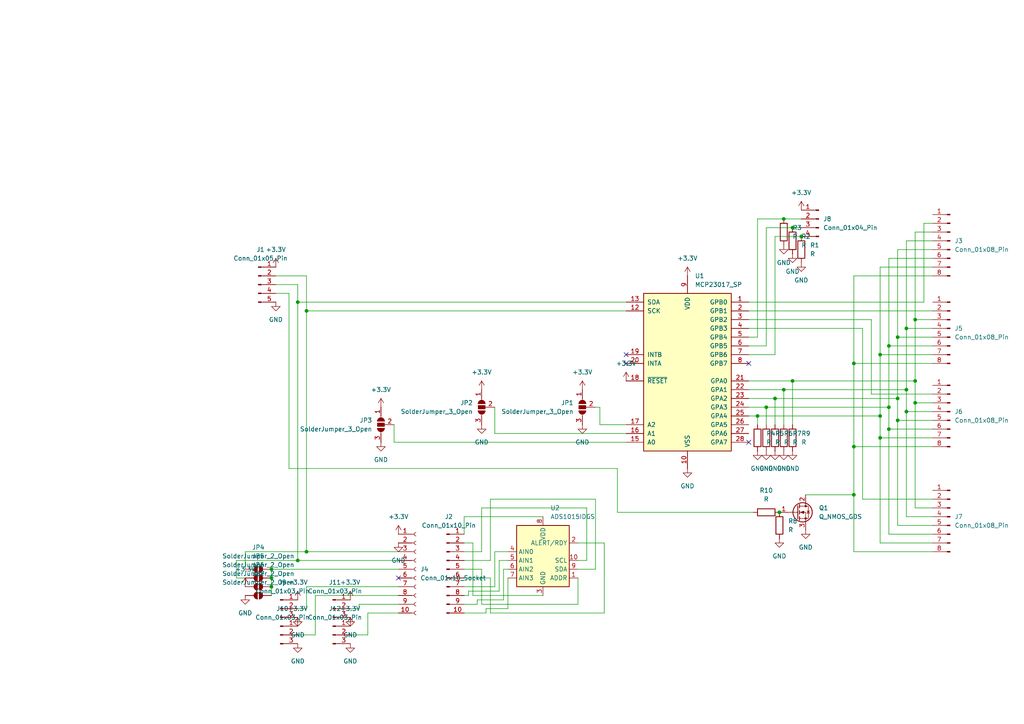
<source format=kicad_sch>
(kicad_sch (version 20250114) (generator "eeschema") (generator_version "9.0")
  (paper "A4")
  (lib_symbols
    (symbol "Analog_ADC:ADS1015IDGS"
      (property "Reference" "U" (at 2.54 13.97 0))
      (property "Value" "ADS1015IDGS" (at 7.62 11.43 0))
      (symbol "ADS1015IDGS_0_1"
        (rectangle (start -7.62 10.16) (end 7.62 -7.62) (stroke (width 0.254)) (fill (type background)))
      )
      (symbol "ADS1015IDGS_1_1"
        (pin input line (at -10.16 2.54 0) (length 2.54) (name "AIN0") (number "4"))
        (pin input line (at -10.16 0 0) (length 2.54) (name "AIN1") (number "5"))
        (pin input line (at -10.16 -2.54 0) (length 2.54) (name "AIN2") (number "6"))
        (pin input line (at -10.16 -5.08 0) (length 2.54) (name "AIN3") (number "7"))
        (pin power_in line (at 0 12.7 270) (length 2.54) (name "VDD") (number "8"))
        (pin power_in line (at 0 -10.16 90) (length 2.54) (name "GND") (number "3"))
        (pin output line (at 10.16 5.08 180) (length 2.54) (name "ALERT/RDY") (number "2"))
        (pin input line (at 10.16 0 180) (length 2.54) (name "SCL") (number "10"))
        (pin bidirectional line (at 10.16 -2.54 180) (length 2.54) (name "SDA") (number "9"))
        (pin input line (at 10.16 -5.08 180) (length 2.54) (name "ADDR") (number "1"))
      )
    )
    (symbol "Connector:Conn_01x03_Pin" (pin_names (offset 1.016) (hide yes))
      (property "Reference" "J" (at 0 5.08 0))
      (property "Value" "Conn_01x03_Pin" (at 0 -5.08 0))
      (symbol "Conn_01x03_Pin_1_1"
        (rectangle (start 0.8636 2.667) (end 0 2.413) (stroke (width 0.1524)) (fill (type outline)))
        (rectangle (start 0.8636 0.127) (end 0 -0.127) (stroke (width 0.1524)) (fill (type outline)))
        (rectangle (start 0.8636 -2.413) (end 0 -2.667) (stroke (width 0.1524)) (fill (type outline)))
        (polyline (pts (xy 1.27 2.54) (xy 0.8636 2.54)) (stroke (width 0.1524)))
        (polyline (pts (xy 1.27 0) (xy 0.8636 0)) (stroke (width 0.1524)))
        (polyline (pts (xy 1.27 -2.54) (xy 0.8636 -2.54)) (stroke (width 0.1524)))
        (pin passive line (at 5.08 2.54 180) (length 3.81) (name "Pin_1") (number "1"))
        (pin passive line (at 5.08 0 180) (length 3.81) (name "Pin_2") (number "2"))
        (pin passive line (at 5.08 -2.54 180) (length 3.81) (name "Pin_3") (number "3"))
      )
    )
    (symbol "Connector:Conn_01x04_Pin" (pin_names (offset 1.016) (hide yes))
      (property "Reference" "J" (at 0 5.08 0))
      (property "Value" "Conn_01x04_Pin" (at 0 -7.62 0))
      (symbol "Conn_01x04_Pin_1_1"
        (rectangle (start 0.8636 2.667) (end 0 2.413) (stroke (width 0.1524)) (fill (type outline)))
        (rectangle (start 0.8636 0.127) (end 0 -0.127) (stroke (width 0.1524)) (fill (type outline)))
        (rectangle (start 0.8636 -2.413) (end 0 -2.667) (stroke (width 0.1524)) (fill (type outline)))
        (rectangle (start 0.8636 -4.953) (end 0 -5.207) (stroke (width 0.1524)) (fill (type outline)))
        (polyline (pts (xy 1.27 2.54) (xy 0.8636 2.54)) (stroke (width 0.1524)))
        (polyline (pts (xy 1.27 0) (xy 0.8636 0)) (stroke (width 0.1524)))
        (polyline (pts (xy 1.27 -2.54) (xy 0.8636 -2.54)) (stroke (width 0.1524)))
        (polyline (pts (xy 1.27 -5.08) (xy 0.8636 -5.08)) (stroke (width 0.1524)))
        (pin passive line (at 5.08 2.54 180) (length 3.81) (name "Pin_1") (number "1"))
        (pin passive line (at 5.08 0 180) (length 3.81) (name "Pin_2") (number "2"))
        (pin passive line (at 5.08 -2.54 180) (length 3.81) (name "Pin_3") (number "3"))
        (pin passive line (at 5.08 -5.08 180) (length 3.81) (name "Pin_4") (number "4"))
      )
    )
    (symbol "Connector:Conn_01x05_Pin" (pin_names (offset 1.016) (hide yes))
      (property "Reference" "J" (at 0 7.62 0))
      (property "Value" "Conn_01x05_Pin" (at 0 -7.62 0))
      (symbol "Conn_01x05_Pin_1_1"
        (rectangle (start 0.8636 5.207) (end 0 4.953) (stroke (width 0.1524)) (fill (type outline)))
        (rectangle (start 0.8636 2.667) (end 0 2.413) (stroke (width 0.1524)) (fill (type outline)))
        (rectangle (start 0.8636 0.127) (end 0 -0.127) (stroke (width 0.1524)) (fill (type outline)))
        (rectangle (start 0.8636 -2.413) (end 0 -2.667) (stroke (width 0.1524)) (fill (type outline)))
        (rectangle (start 0.8636 -4.953) (end 0 -5.207) (stroke (width 0.1524)) (fill (type outline)))
        (polyline (pts (xy 1.27 5.08) (xy 0.8636 5.08)) (stroke (width 0.1524)))
        (polyline (pts (xy 1.27 2.54) (xy 0.8636 2.54)) (stroke (width 0.1524)))
        (polyline (pts (xy 1.27 0) (xy 0.8636 0)) (stroke (width 0.1524)))
        (polyline (pts (xy 1.27 -2.54) (xy 0.8636 -2.54)) (stroke (width 0.1524)))
        (polyline (pts (xy 1.27 -5.08) (xy 0.8636 -5.08)) (stroke (width 0.1524)))
        (pin passive line (at 5.08 5.08 180) (length 3.81) (name "Pin_1") (number "1"))
        (pin passive line (at 5.08 2.54 180) (length 3.81) (name "Pin_2") (number "2"))
        (pin passive line (at 5.08 0 180) (length 3.81) (name "Pin_3") (number "3"))
        (pin passive line (at 5.08 -2.54 180) (length 3.81) (name "Pin_4") (number "4"))
        (pin passive line (at 5.08 -5.08 180) (length 3.81) (name "Pin_5") (number "5"))
      )
    )
    (symbol "Connector:Conn_01x08_Pin" (pin_names (offset 1.016) (hide yes))
      (property "Reference" "J" (at 0 10.16 0))
      (property "Value" "Conn_01x08_Pin" (at 0 -12.7 0))
      (symbol "Conn_01x08_Pin_1_1"
        (rectangle (start 0.8636 7.747) (end 0 7.493) (stroke (width 0.1524)) (fill (type outline)))
        (rectangle (start 0.8636 5.207) (end 0 4.953) (stroke (width 0.1524)) (fill (type outline)))
        (rectangle (start 0.8636 2.667) (end 0 2.413) (stroke (width 0.1524)) (fill (type outline)))
        (rectangle (start 0.8636 0.127) (end 0 -0.127) (stroke (width 0.1524)) (fill (type outline)))
        (rectangle (start 0.8636 -2.413) (end 0 -2.667) (stroke (width 0.1524)) (fill (type outline)))
        (rectangle (start 0.8636 -4.953) (end 0 -5.207) (stroke (width 0.1524)) (fill (type outline)))
        (rectangle (start 0.8636 -7.493) (end 0 -7.747) (stroke (width 0.1524)) (fill (type outline)))
        (rectangle (start 0.8636 -10.033) (end 0 -10.287) (stroke (width 0.1524)) (fill (type outline)))
        (polyline (pts (xy 1.27 7.62) (xy 0.8636 7.62)) (stroke (width 0.1524)))
        (polyline (pts (xy 1.27 5.08) (xy 0.8636 5.08)) (stroke (width 0.1524)))
        (polyline (pts (xy 1.27 2.54) (xy 0.8636 2.54)) (stroke (width 0.1524)))
        (polyline (pts (xy 1.27 0) (xy 0.8636 0)) (stroke (width 0.1524)))
        (polyline (pts (xy 1.27 -2.54) (xy 0.8636 -2.54)) (stroke (width 0.1524)))
        (polyline (pts (xy 1.27 -5.08) (xy 0.8636 -5.08)) (stroke (width 0.1524)))
        (polyline (pts (xy 1.27 -7.62) (xy 0.8636 -7.62)) (stroke (width 0.1524)))
        (polyline (pts (xy 1.27 -10.16) (xy 0.8636 -10.16)) (stroke (width 0.1524)))
        (pin passive line (at 5.08 7.62 180) (length 3.81) (name "Pin_1") (number "1"))
        (pin passive line (at 5.08 5.08 180) (length 3.81) (name "Pin_2") (number "2"))
        (pin passive line (at 5.08 2.54 180) (length 3.81) (name "Pin_3") (number "3"))
        (pin passive line (at 5.08 0 180) (length 3.81) (name "Pin_4") (number "4"))
        (pin passive line (at 5.08 -2.54 180) (length 3.81) (name "Pin_5") (number "5"))
        (pin passive line (at 5.08 -5.08 180) (length 3.81) (name "Pin_6") (number "6"))
        (pin passive line (at 5.08 -7.62 180) (length 3.81) (name "Pin_7") (number "7"))
        (pin passive line (at 5.08 -10.16 180) (length 3.81) (name "Pin_8") (number "8"))
      )
    )
    (symbol "Connector:Conn_01x10_Pin" (pin_names (offset 1.016) (hide yes))
      (property "Reference" "J" (at 0 12.7 0))
      (property "Value" "Conn_01x10_Pin" (at 0 -15.24 0))
      (symbol "Conn_01x10_Pin_1_1"
        (rectangle (start 0.8636 10.287) (end 0 10.033) (stroke (width 0.1524)) (fill (type outline)))
        (rectangle (start 0.8636 7.747) (end 0 7.493) (stroke (width 0.1524)) (fill (type outline)))
        (rectangle (start 0.8636 5.207) (end 0 4.953) (stroke (width 0.1524)) (fill (type outline)))
        (rectangle (start 0.8636 2.667) (end 0 2.413) (stroke (width 0.1524)) (fill (type outline)))
        (rectangle (start 0.8636 0.127) (end 0 -0.127) (stroke (width 0.1524)) (fill (type outline)))
        (rectangle (start 0.8636 -2.413) (end 0 -2.667) (stroke (width 0.1524)) (fill (type outline)))
        (rectangle (start 0.8636 -4.953) (end 0 -5.207) (stroke (width 0.1524)) (fill (type outline)))
        (rectangle (start 0.8636 -7.493) (end 0 -7.747) (stroke (width 0.1524)) (fill (type outline)))
        (rectangle (start 0.8636 -10.033) (end 0 -10.287) (stroke (width 0.1524)) (fill (type outline)))
        (rectangle (start 0.8636 -12.573) (end 0 -12.827) (stroke (width 0.1524)) (fill (type outline)))
        (polyline (pts (xy 1.27 10.16) (xy 0.8636 10.16)) (stroke (width 0.1524)))
        (polyline (pts (xy 1.27 7.62) (xy 0.8636 7.62)) (stroke (width 0.1524)))
        (polyline (pts (xy 1.27 5.08) (xy 0.8636 5.08)) (stroke (width 0.1524)))
        (polyline (pts (xy 1.27 2.54) (xy 0.8636 2.54)) (stroke (width 0.1524)))
        (polyline (pts (xy 1.27 0) (xy 0.8636 0)) (stroke (width 0.1524)))
        (polyline (pts (xy 1.27 -2.54) (xy 0.8636 -2.54)) (stroke (width 0.1524)))
        (polyline (pts (xy 1.27 -5.08) (xy 0.8636 -5.08)) (stroke (width 0.1524)))
        (polyline (pts (xy 1.27 -7.62) (xy 0.8636 -7.62)) (stroke (width 0.1524)))
        (polyline (pts (xy 1.27 -10.16) (xy 0.8636 -10.16)) (stroke (width 0.1524)))
        (polyline (pts (xy 1.27 -12.7) (xy 0.8636 -12.7)) (stroke (width 0.1524)))
        (pin passive line (at 5.08 10.16 180) (length 3.81) (name "Pin_1") (number "1"))
        (pin passive line (at 5.08 7.62 180) (length 3.81) (name "Pin_2") (number "2"))
        (pin passive line (at 5.08 5.08 180) (length 3.81) (name "Pin_3") (number "3"))
        (pin passive line (at 5.08 2.54 180) (length 3.81) (name "Pin_4") (number "4"))
        (pin passive line (at 5.08 0 180) (length 3.81) (name "Pin_5") (number "5"))
        (pin passive line (at 5.08 -2.54 180) (length 3.81) (name "Pin_6") (number "6"))
        (pin passive line (at 5.08 -5.08 180) (length 3.81) (name "Pin_7") (number "7"))
        (pin passive line (at 5.08 -7.62 180) (length 3.81) (name "Pin_8") (number "8"))
        (pin passive line (at 5.08 -10.16 180) (length 3.81) (name "Pin_9") (number "9"))
        (pin passive line (at 5.08 -12.7 180) (length 3.81) (name "Pin_10") (number "10"))
      )
    )
    (symbol "Connector:Conn_01x10_Socket" (pin_names (offset 1.016) (hide yes))
      (property "Reference" "J" (at 0 12.7 0))
      (property "Value" "Conn_01x10_Socket" (at 0 -15.24 0))
      (symbol "Conn_01x10_Socket_1_1"
        (polyline (pts (xy -1.27 10.16) (xy -0.508 10.16)) (stroke (width 0.1524)))
        (polyline (pts (xy -1.27 7.62) (xy -0.508 7.62)) (stroke (width 0.1524)))
        (polyline (pts (xy -1.27 5.08) (xy -0.508 5.08)) (stroke (width 0.1524)))
        (polyline (pts (xy -1.27 2.54) (xy -0.508 2.54)) (stroke (width 0.1524)))
        (polyline (pts (xy -1.27 0) (xy -0.508 0)) (stroke (width 0.1524)))
        (polyline (pts (xy -1.27 -2.54) (xy -0.508 -2.54)) (stroke (width 0.1524)))
        (polyline (pts (xy -1.27 -5.08) (xy -0.508 -5.08)) (stroke (width 0.1524)))
        (polyline (pts (xy -1.27 -7.62) (xy -0.508 -7.62)) (stroke (width 0.1524)))
        (polyline (pts (xy -1.27 -10.16) (xy -0.508 -10.16)) (stroke (width 0.1524)))
        (polyline (pts (xy -1.27 -12.7) (xy -0.508 -12.7)) (stroke (width 0.1524)))
        (arc (start 0 9.652) (mid -0.5058 10.16) (end 0 10.668) (stroke (width 0.1524)))
        (arc (start 0 7.112) (mid -0.5058 7.62) (end 0 8.128) (stroke (width 0.1524)))
        (arc (start 0 4.572) (mid -0.5058 5.08) (end 0 5.588) (stroke (width 0.1524)))
        (arc (start 0 2.032) (mid -0.5058 2.54) (end 0 3.048) (stroke (width 0.1524)))
        (arc (start 0 -0.508) (mid -0.5058 0) (end 0 0.508) (stroke (width 0.1524)))
        (arc (start 0 -3.048) (mid -0.5058 -2.54) (end 0 -2.032) (stroke (width 0.1524)))
        (arc (start 0 -5.588) (mid -0.5058 -5.08) (end 0 -4.572) (stroke (width 0.1524)))
        (arc (start 0 -8.128) (mid -0.5058 -7.62) (end 0 -7.112) (stroke (width 0.1524)))
        (arc (start 0 -10.668) (mid -0.5058 -10.16) (end 0 -9.652) (stroke (width 0.1524)))
        (arc (start 0 -13.208) (mid -0.5058 -12.7) (end 0 -12.192) (stroke (width 0.1524)))
        (pin passive line (at -5.08 10.16 0) (length 3.81) (name "Pin_1") (number "1"))
        (pin passive line (at -5.08 7.62 0) (length 3.81) (name "Pin_2") (number "2"))
        (pin passive line (at -5.08 5.08 0) (length 3.81) (name "Pin_3") (number "3"))
        (pin passive line (at -5.08 2.54 0) (length 3.81) (name "Pin_4") (number "4"))
        (pin passive line (at -5.08 0 0) (length 3.81) (name "Pin_5") (number "5"))
        (pin passive line (at -5.08 -2.54 0) (length 3.81) (name "Pin_6") (number "6"))
        (pin passive line (at -5.08 -5.08 0) (length 3.81) (name "Pin_7") (number "7"))
        (pin passive line (at -5.08 -7.62 0) (length 3.81) (name "Pin_8") (number "8"))
        (pin passive line (at -5.08 -10.16 0) (length 3.81) (name "Pin_9") (number "9"))
        (pin passive line (at -5.08 -12.7 0) (length 3.81) (name "Pin_10") (number "10"))
      )
    )
    (symbol "Device:R" (pin_numbers (hide yes)) (pin_names (offset 0))
      (property "Reference" "R" (at 2.032 0 90))
      (property "Value" "R" (at 0 0 90))
      (symbol "R_0_1"
        (rectangle (start -1.016 -2.54) (end 1.016 2.54) (stroke (width 0.254)))
      )
      (symbol "R_1_1"
        (pin passive line (at 0 3.81 270) (length 1.27) (name "~") (number "1"))
        (pin passive line (at 0 -3.81 90) (length 1.27) (name "~") (number "2"))
      )
    )
    (symbol "Interface_Expansion:MCP23017_SP" (pin_names (offset 1.016))
      (property "Reference" "U" (at -11.43 24.13 0))
      (property "Value" "MCP23017_SP" (at 0 0 0))
      (symbol "MCP23017_SP_0_1"
        (rectangle (start -12.7 22.86) (end 12.7 -22.86) (stroke (width 0.254)) (fill (type background)))
      )
      (symbol "MCP23017_SP_1_1"
        (pin bidirectional line (at -17.78 20.32 0) (length 5.08) (name "SDA") (number "13"))
        (pin input line (at -17.78 17.78 0) (length 5.08) (name "SCK") (number "12"))
        (pin tri_state line (at -17.78 5.08 0) (length 5.08) (name "INTB") (number "19"))
        (pin tri_state line (at -17.78 2.54 0) (length 5.08) (name "INTA") (number "20"))
        (pin input line (at -17.78 -2.54 0) (length 5.08) (name "~{RESET}") (number "18"))
        (pin input line (at -17.78 -15.24 0) (length 5.08) (name "A2") (number "17"))
        (pin input line (at -17.78 -17.78 0) (length 5.08) (name "A1") (number "16"))
        (pin input line (at -17.78 -20.32 0) (length 5.08) (name "A0") (number "15"))
        (pin no_connect line (at -12.7 15.24 0) (length 5.08) (hide yes) (name "NC") (number "11"))
        (pin no_connect line (at -12.7 12.7 0) (length 5.08) (hide yes) (name "NC") (number "14"))
        (pin power_in line (at 0 27.94 270) (length 5.08) (name "VDD") (number "9"))
        (pin power_in line (at 0 -27.94 90) (length 5.08) (name "VSS") (number "10"))
        (pin bidirectional line (at 17.78 20.32 180) (length 5.08) (name "GPB0") (number "1"))
        (pin bidirectional line (at 17.78 17.78 180) (length 5.08) (name "GPB1") (number "2"))
        (pin bidirectional line (at 17.78 15.24 180) (length 5.08) (name "GPB2") (number "3"))
        (pin bidirectional line (at 17.78 12.7 180) (length 5.08) (name "GPB3") (number "4"))
        (pin bidirectional line (at 17.78 10.16 180) (length 5.08) (name "GPB4") (number "5"))
        (pin bidirectional line (at 17.78 7.62 180) (length 5.08) (name "GPB5") (number "6"))
        (pin bidirectional line (at 17.78 5.08 180) (length 5.08) (name "GPB6") (number "7"))
        (pin output line (at 17.78 2.54 180) (length 5.08) (name "GPB7") (number "8"))
        (pin bidirectional line (at 17.78 -2.54 180) (length 5.08) (name "GPA0") (number "21"))
        (pin bidirectional line (at 17.78 -5.08 180) (length 5.08) (name "GPA1") (number "22"))
        (pin bidirectional line (at 17.78 -7.62 180) (length 5.08) (name "GPA2") (number "23"))
        (pin bidirectional line (at 17.78 -10.16 180) (length 5.08) (name "GPA3") (number "24"))
        (pin bidirectional line (at 17.78 -12.7 180) (length 5.08) (name "GPA4") (number "25"))
        (pin bidirectional line (at 17.78 -15.24 180) (length 5.08) (name "GPA5") (number "26"))
        (pin bidirectional line (at 17.78 -17.78 180) (length 5.08) (name "GPA6") (number "27"))
        (pin output line (at 17.78 -20.32 180) (length 5.08) (name "GPA7") (number "28"))
      )
    )
    (symbol "Jumper:SolderJumper_2_Open" (pin_numbers (hide yes)) (pin_names (offset 0) (hide yes)) (in_bom no)
      (property "Reference" "JP" (at 0 2.032 0))
      (property "Value" "SolderJumper_2_Open" (at 0 -2.54 0))
      (symbol "SolderJumper_2_Open_0_1"
        (polyline (pts (xy -0.254 1.016) (xy -0.254 -1.016)))
        (arc (start -0.254 -1.016) (mid -1.2656 0) (end -0.254 1.016))
        (arc (start -0.254 -1.016) (mid -1.2656 0) (end -0.254 1.016) (fill (type outline)))
        (arc (start 0.254 1.016) (mid 1.2656 0) (end 0.254 -1.016))
        (arc (start 0.254 1.016) (mid 1.2656 0) (end 0.254 -1.016) (fill (type outline)))
        (polyline (pts (xy 0.254 1.016) (xy 0.254 -1.016)))
      )
      (symbol "SolderJumper_2_Open_1_1"
        (pin passive line (at -3.81 0 0) (length 2.54) (name "A") (number "1"))
        (pin passive line (at 3.81 0 180) (length 2.54) (name "B") (number "2"))
      )
    )
    (symbol "Jumper:SolderJumper_3_Open" (pin_names (offset 0) (hide yes)) (in_bom no)
      (property "Reference" "JP" (at -2.54 -2.54 0))
      (property "Value" "SolderJumper_3_Open" (at 0 2.794 0))
      (symbol "SolderJumper_3_Open_0_1"
        (polyline (pts (xy -2.54 0) (xy -2.032 0)))
        (polyline (pts (xy -1.016 1.016) (xy -1.016 -1.016)))
        (arc (start -1.016 -1.016) (mid -2.0276 0) (end -1.016 1.016))
        (arc (start -1.016 -1.016) (mid -2.0276 0) (end -1.016 1.016) (fill (type outline)))
        (rectangle (start -0.508 1.016) (end 0.508 -1.016) (fill (type outline)))
        (polyline (pts (xy 0 -1.27) (xy 0 -1.016)))
        (arc (start 1.016 1.016) (mid 2.0276 0) (end 1.016 -1.016))
        (arc (start 1.016 1.016) (mid 2.0276 0) (end 1.016 -1.016) (fill (type outline)))
        (polyline (pts (xy 1.016 1.016) (xy 1.016 -1.016)))
        (polyline (pts (xy 2.54 0) (xy 2.032 0)))
      )
      (symbol "SolderJumper_3_Open_1_1"
        (pin passive line (at -5.08 0 0) (length 2.54) (name "A") (number "1"))
        (pin passive line (at 0 -3.81 90) (length 2.54) (name "C") (number "2"))
        (pin passive line (at 5.08 0 180) (length 2.54) (name "B") (number "3"))
      )
    )
    (symbol "Transistor_FET:Q_NMOS_GDS" (pin_names (offset 0) (hide yes))
      (property "Reference" "Q" (at 5.08 1.905 0))
      (property "Value" "Q_NMOS_GDS" (at 5.08 0 0))
      (symbol "Q_NMOS_GDS_0_1"
        (polyline (pts (xy 0.254 1.905) (xy 0.254 -1.905)) (stroke (width 0.254)))
        (polyline (pts (xy 0.254 0) (xy -2.54 0)))
        (polyline (pts (xy 0.762 2.286) (xy 0.762 1.27)) (stroke (width 0.254)))
        (polyline (pts (xy 0.762 0.508) (xy 0.762 -0.508)) (stroke (width 0.254)))
        (polyline (pts (xy 0.762 -1.27) (xy 0.762 -2.286)) (stroke (width 0.254)))
        (polyline (pts (xy 0.762 -1.778) (xy 3.302 -1.778) (xy 3.302 1.778) (xy 0.762 1.778)))
        (polyline (pts (xy 1.016 0) (xy 2.032 0.381) (xy 2.032 -0.381) (xy 1.016 0)) (fill (type outline)))
        (circle (center 1.651 0) (radius 2.794) (stroke (width 0.254)))
        (polyline (pts (xy 2.54 2.54) (xy 2.54 1.778)))
        (circle (center 2.54 1.778) (radius 0.254) (fill (type outline)))
        (circle (center 2.54 -1.778) (radius 0.254) (fill (type outline)))
        (polyline (pts (xy 2.54 -2.54) (xy 2.54 0) (xy 0.762 0)))
        (polyline (pts (xy 2.921 0.381) (xy 3.683 0.381)))
        (polyline (pts (xy 3.302 0.381) (xy 2.921 -0.254) (xy 3.683 -0.254) (xy 3.302 0.381)))
      )
      (symbol "Q_NMOS_GDS_1_1"
        (pin input line (at -5.08 0 0) (length 2.54) (name "G") (number "1"))
        (pin passive line (at 2.54 5.08 270) (length 2.54) (name "D") (number "2"))
        (pin passive line (at 2.54 -5.08 90) (length 2.54) (name "S") (number "3"))
      )
    )
    (symbol "power:+3.3V" (power) (pin_numbers (hide yes)) (pin_names (offset 0) (hide yes))
      (property "Value" "+3.3V" (at 0 3.556 0))
      (symbol "+3.3V_0_1"
        (polyline (pts (xy -0.762 1.27) (xy 0 2.54)))
        (polyline (pts (xy 0 2.54) (xy 0.762 1.27)))
        (polyline (pts (xy 0 0) (xy 0 2.54)))
      )
      (symbol "+3.3V_1_1"
        (pin power_in line (at 0 0 90) (length 0) (name "~") (number "1"))
      )
    )
    (symbol "power:GND" (power) (pin_numbers (hide yes)) (pin_names (offset 0) (hide yes))
      (property "Value" "GND" (at 0 -3.81 0))
      (symbol "GND_0_1"
        (polyline (pts (xy 0 0) (xy 0 -1.27) (xy 1.27 -1.27) (xy 0 -2.54) (xy -1.27 -1.27) (xy 0 -1.27)))
      )
      (symbol "GND_1_1"
        (pin power_in line (at 0 0 270) (length 0) (name "~") (number "1"))
      )
    )
  )
  (junction (at 257.81 124.46))
  (junction (at 262.89 119.38))
  (junction (at 247.65 129.54))
  (junction (at 262.89 95.25))
  (junction (at 255.27 127))
  (junction (at 88.9 90.17))
  (junction (at 227.33 113.03))
  (junction (at 226.06 148.59))
  (junction (at 260.35 121.92))
  (junction (at 78.74 167.64))
  (junction (at 265.43 116.84))
  (junction (at 86.36 162.56))
  (junction (at 265.43 92.71))
  (junction (at 247.65 105.41))
  (junction (at 229.87 66.04))
  (junction (at 78.74 165.1))
  (junction (at 229.87 110.49))
  (junction (at 255.27 120.65))
  (junction (at 219.71 120.65))
  (junction (at 222.25 118.11))
  (junction (at 260.35 97.79))
  (junction (at 232.41 68.58))
  (junction (at 262.89 113.03))
  (junction (at 257.81 100.33))
  (junction (at 265.43 110.49))
  (junction (at 88.9 160.02))
  (junction (at 86.36 87.63))
  (junction (at 227.33 63.5))
  (junction (at 260.35 115.57))
  (junction (at 255.27 102.87))
  (junction (at 247.65 143.51))
  (junction (at 78.74 170.18))
  (junction (at 224.79 115.57))
  (junction (at 257.81 118.11))
  (no_connect (at 181.61 105.41))
  (no_connect (at 217.17 128.27))
  (no_connect (at 217.17 105.41))
  (no_connect (at 181.61 102.87))
  (no_connect (at 115.57 167.64))
  (wire (pts (xy 262.89 119.38) (xy 270.51 119.38)))
  (wire (pts (xy 270.51 116.84) (xy 265.43 116.84)))
  (wire (pts (xy 91.44 184.15) (xy 86.36 184.15)))
  (wire (pts (xy 104.14 175.26) (xy 104.14 176.53)))
  (wire (pts (xy 260.35 97.79) (xy 260.35 115.57)))
  (wire (pts (xy 270.51 74.93) (xy 257.81 74.93)))
  (wire (pts (xy 146.05 165.1) (xy 146.05 173.99)))
  (wire (pts (xy 78.74 165.1) (xy 115.57 165.1)))
  (wire (pts (xy 227.33 63.5) (xy 232.41 63.5)))
  (wire (pts (xy 143.51 170.18) (xy 134.62 170.18)))
  (wire (pts (xy 224.79 115.57) (xy 224.79 123.19)))
  (wire (pts (xy 104.14 176.53) (xy 101.6 176.53)))
  (wire (pts (xy 86.36 87.63) (xy 86.36 82.55)))
  (wire (pts (xy 147.32 162.56) (xy 144.78 162.56)))
  (wire (pts (xy 88.9 80.01) (xy 80.01 80.01)))
  (wire (pts (xy 147.32 160.02) (xy 143.51 160.02)))
  (wire (pts (xy 88.9 160.02) (xy 88.9 90.17)))
  (wire (pts (xy 135.89 172.72) (xy 134.62 172.72)))
  (wire (pts (xy 144.78 162.56) (xy 144.78 171.45)))
  (wire (pts (xy 78.74 165.1) (xy 78.74 167.64)))
  (wire (pts (xy 134.62 167.64) (xy 142.24 167.64)))
  (wire (pts (xy 224.79 102.87) (xy 224.79 68.58)))
  (wire (pts (xy 68.58 167.64) (xy 68.58 162.56)))
  (wire (pts (xy 229.87 66.04) (xy 232.41 66.04)))
  (wire (pts (xy 257.81 124.46) (xy 270.51 124.46)))
  (wire (pts (xy 115.57 177.8) (xy 106.68 177.8)))
  (wire (pts (xy 262.89 149.86) (xy 270.51 149.86)))
  (wire (pts (xy 172.72 165.1) (xy 172.72 144.78)))
  (wire (pts (xy 262.89 95.25) (xy 270.51 95.25)))
  (wire (pts (xy 143.51 125.73) (xy 181.61 125.73)))
  (wire (pts (xy 270.51 67.31) (xy 265.43 67.31)))
  (wire (pts (xy 224.79 68.58) (xy 232.41 68.58)))
  (wire (pts (xy 260.35 72.39) (xy 260.35 97.79)))
  (wire (pts (xy 170.18 162.56) (xy 167.64 162.56)))
  (wire (pts (xy 270.51 160.02) (xy 247.65 160.02)))
  (wire (pts (xy 227.33 113.03) (xy 227.33 123.19)))
  (wire (pts (xy 140.97 177.8) (xy 134.62 177.8)))
  (wire (pts (xy 143.51 125.73) (xy 143.51 118.11)))
  (wire (pts (xy 219.71 97.79) (xy 219.71 63.5)))
  (wire (pts (xy 217.17 115.57) (xy 224.79 115.57)))
  (wire (pts (xy 139.7 165.1) (xy 134.62 165.1)))
  (wire (pts (xy 227.33 113.03) (xy 262.89 113.03)))
  (wire (pts (xy 147.32 176.53) (xy 140.97 176.53)))
  (wire (pts (xy 217.17 118.11) (xy 222.25 118.11)))
  (wire (pts (xy 233.68 143.51) (xy 247.65 143.51)))
  (wire (pts (xy 265.43 67.31) (xy 265.43 92.71)))
  (wire (pts (xy 88.9 90.17) (xy 88.9 80.01)))
  (wire (pts (xy 247.65 105.41) (xy 270.51 105.41)))
  (wire (pts (xy 252.73 114.3) (xy 252.73 92.71)))
  (wire (pts (xy 217.17 97.79) (xy 219.71 97.79)))
  (wire (pts (xy 88.9 170.18) (xy 88.9 176.53)))
  (wire (pts (xy 134.62 149.86) (xy 134.62 154.94)))
  (wire (pts (xy 222.25 66.04) (xy 229.87 66.04)))
  (wire (pts (xy 270.51 114.3) (xy 252.73 114.3)))
  (wire (pts (xy 217.17 90.17) (xy 270.51 90.17)))
  (wire (pts (xy 217.17 120.65) (xy 219.71 120.65)))
  (wire (pts (xy 270.51 69.85) (xy 262.89 69.85)))
  (wire (pts (xy 217.17 100.33) (xy 222.25 100.33)))
  (wire (pts (xy 147.32 167.64) (xy 147.32 176.53)))
  (wire (pts (xy 88.9 176.53) (xy 86.36 176.53)))
  (wire (pts (xy 78.74 170.18) (xy 78.74 172.72)))
  (wire (pts (xy 172.72 118.11) (xy 173.99 118.11)))
  (wire (pts (xy 222.25 118.11) (xy 257.81 118.11)))
  (wire (pts (xy 68.58 162.56) (xy 86.36 162.56)))
  (wire (pts (xy 270.51 102.87) (xy 255.27 102.87)))
  (wire (pts (xy 179.07 135.89) (xy 83.82 135.89)))
  (wire (pts (xy 217.17 113.03) (xy 227.33 113.03)))
  (wire (pts (xy 265.43 110.49) (xy 265.43 116.84)))
  (wire (pts (xy 175.26 157.48) (xy 167.64 157.48)))
  (wire (pts (xy 265.43 116.84) (xy 265.43 147.32)))
  (wire (pts (xy 106.68 184.15) (xy 101.6 184.15)))
  (wire (pts (xy 139.7 160.02) (xy 134.62 160.02)))
  (wire (pts (xy 222.25 118.11) (xy 222.25 123.19)))
  (wire (pts (xy 142.24 162.56) (xy 134.62 162.56)))
  (wire (pts (xy 139.7 147.32) (xy 139.7 160.02)))
  (wire (pts (xy 135.89 171.45) (xy 135.89 172.72)))
  (wire (pts (xy 257.81 154.94) (xy 270.51 154.94)))
  (wire (pts (xy 262.89 69.85) (xy 262.89 95.25)))
  (wire (pts (xy 262.89 95.25) (xy 262.89 113.03)))
  (wire (pts (xy 138.43 173.99) (xy 138.43 175.26)))
  (wire (pts (xy 71.12 160.02) (xy 88.9 160.02)))
  (wire (pts (xy 115.57 170.18) (xy 88.9 170.18)))
  (wire (pts (xy 262.89 119.38) (xy 262.89 149.86)))
  (wire (pts (xy 270.51 144.78) (xy 250.19 144.78)))
  (wire (pts (xy 219.71 63.5) (xy 227.33 63.5)))
  (wire (pts (xy 270.51 80.01) (xy 247.65 80.01)))
  (wire (pts (xy 219.71 120.65) (xy 219.71 123.19)))
  (wire (pts (xy 142.24 144.78) (xy 142.24 162.56)))
  (wire (pts (xy 260.35 121.92) (xy 270.51 121.92)))
  (wire (pts (xy 71.12 165.1) (xy 71.12 160.02)))
  (wire (pts (xy 265.43 147.32) (xy 270.51 147.32)))
  (wire (pts (xy 170.18 147.32) (xy 139.7 147.32)))
  (wire (pts (xy 247.65 160.02) (xy 247.65 143.51)))
  (wire (pts (xy 218.44 148.59) (xy 179.07 148.59)))
  (wire (pts (xy 257.81 100.33) (xy 257.81 118.11)))
  (wire (pts (xy 138.43 175.26) (xy 134.62 175.26)))
  (wire (pts (xy 260.35 152.4) (xy 270.51 152.4)))
  (wire (pts (xy 170.18 147.32) (xy 170.18 162.56)))
  (wire (pts (xy 260.35 121.92) (xy 260.35 152.4)))
  (wire (pts (xy 115.57 172.72) (xy 91.44 172.72)))
  (wire (pts (xy 222.25 100.33) (xy 222.25 66.04)))
  (wire (pts (xy 255.27 127) (xy 270.51 127)))
  (wire (pts (xy 172.72 144.78) (xy 142.24 144.78)))
  (wire (pts (xy 260.35 115.57) (xy 260.35 121.92)))
  (wire (pts (xy 86.36 162.56) (xy 86.36 87.63)))
  (wire (pts (xy 71.12 167.64) (xy 68.58 167.64)))
  (wire (pts (xy 255.27 102.87) (xy 255.27 120.65)))
  (wire (pts (xy 167.64 175.26) (xy 139.7 175.26)))
  (wire (pts (xy 167.64 165.1) (xy 172.72 165.1)))
  (wire (pts (xy 114.3 128.27) (xy 181.61 128.27)))
  (wire (pts (xy 175.26 177.8) (xy 175.26 157.48)))
  (wire (pts (xy 167.64 167.64) (xy 167.64 175.26)))
  (wire (pts (xy 142.24 167.64) (xy 142.24 177.8)))
  (wire (pts (xy 255.27 120.65) (xy 255.27 127)))
  (wire (pts (xy 83.82 85.09) (xy 80.01 85.09)))
  (wire (pts (xy 181.61 90.17) (xy 88.9 90.17)))
  (wire (pts (xy 115.57 162.56) (xy 86.36 162.56)))
  (wire (pts (xy 267.97 87.63) (xy 217.17 87.63)))
  (wire (pts (xy 114.3 128.27) (xy 114.3 123.19)))
  (wire (pts (xy 257.81 124.46) (xy 257.81 154.94)))
  (wire (pts (xy 181.61 87.63) (xy 86.36 87.63)))
  (wire (pts (xy 255.27 77.47) (xy 255.27 102.87)))
  (wire (pts (xy 157.48 172.72) (xy 137.16 172.72)))
  (wire (pts (xy 255.27 157.48) (xy 270.51 157.48)))
  (wire (pts (xy 115.57 160.02) (xy 88.9 160.02)))
  (wire (pts (xy 260.35 97.79) (xy 270.51 97.79)))
  (wire (pts (xy 106.68 177.8) (xy 106.68 184.15)))
  (wire (pts (xy 257.81 118.11) (xy 257.81 124.46)))
  (wire (pts (xy 270.51 64.77) (xy 267.97 64.77)))
  (wire (pts (xy 229.87 110.49) (xy 229.87 123.19)))
  (wire (pts (xy 78.74 167.64) (xy 78.74 170.18)))
  (wire (pts (xy 255.27 127) (xy 255.27 157.48)))
  (wire (pts (xy 267.97 64.77) (xy 267.97 87.63)))
  (wire (pts (xy 143.51 160.02) (xy 143.51 170.18)))
  (wire (pts (xy 83.82 135.89) (xy 83.82 85.09)))
  (wire (pts (xy 115.57 175.26) (xy 104.14 175.26)))
  (wire (pts (xy 173.99 123.19) (xy 181.61 123.19)))
  (wire (pts (xy 144.78 171.45) (xy 135.89 171.45)))
  (wire (pts (xy 137.16 157.48) (xy 134.62 157.48)))
  (wire (pts (xy 137.16 172.72) (xy 137.16 157.48)))
  (wire (pts (xy 147.32 165.1) (xy 146.05 165.1)))
  (wire (pts (xy 224.79 115.57) (xy 260.35 115.57)))
  (wire (pts (xy 257.81 74.93) (xy 257.81 100.33)))
  (wire (pts (xy 91.44 172.72) (xy 91.44 184.15)))
  (wire (pts (xy 217.17 102.87) (xy 224.79 102.87)))
  (wire (pts (xy 142.24 177.8) (xy 175.26 177.8)))
  (wire (pts (xy 229.87 110.49) (xy 265.43 110.49)))
  (wire (pts (xy 250.19 95.25) (xy 217.17 95.25)))
  (wire (pts (xy 265.43 92.71) (xy 265.43 110.49)))
  (wire (pts (xy 257.81 100.33) (xy 270.51 100.33)))
  (wire (pts (xy 157.48 149.86) (xy 134.62 149.86)))
  (wire (pts (xy 217.17 110.49) (xy 229.87 110.49)))
  (wire (pts (xy 173.99 118.11) (xy 173.99 123.19)))
  (wire (pts (xy 247.65 129.54) (xy 247.65 105.41)))
  (wire (pts (xy 140.97 176.53) (xy 140.97 177.8)))
  (wire (pts (xy 270.51 77.47) (xy 255.27 77.47)))
  (wire (pts (xy 262.89 113.03) (xy 262.89 119.38)))
  (wire (pts (xy 86.36 82.55) (xy 80.01 82.55)))
  (wire (pts (xy 146.05 173.99) (xy 138.43 173.99)))
  (wire (pts (xy 139.7 175.26) (xy 139.7 165.1)))
  (wire (pts (xy 247.65 80.01) (xy 247.65 105.41)))
  (wire (pts (xy 179.07 148.59) (xy 179.07 135.89)))
  (wire (pts (xy 247.65 143.51) (xy 247.65 129.54)))
  (wire (pts (xy 250.19 144.78) (xy 250.19 95.25)))
  (wire (pts (xy 270.51 92.71) (xy 265.43 92.71)))
  (wire (pts (xy 270.51 72.39) (xy 260.35 72.39)))
  (wire (pts (xy 219.71 120.65) (xy 255.27 120.65)))
  (wire (pts (xy 270.51 129.54) (xy 247.65 129.54)))
  (wire (pts (xy 252.73 92.71) (xy 217.17 92.71)))
  (symbol (lib_id "power:GND") (at 86.36 179.07 0) (unit 1)
    (property "Reference" "#PWR027" (effects (hide yes)))
    (property "Value" "GND" (at 86.36 184.15 0))
    (property "Description" "Power symbol creates a global label with name \"GND\" , ground" (effects (hide yes)))
  )
  (symbol (lib_id "power:+3.3V") (at 115.57 154.94 0) (unit 1)
    (property "Reference" "#PWR022" (effects (hide yes)))
    (property "Value" "+3.3V" (at 115.57 149.86 0))
    (property "Description" "Power symbol creates a global label with name \"+3.3V\"" (effects (hide yes)))
  )
  (symbol (lib_id "Connector:Conn_01x03_Pin") (at 96.52 176.53 0) (unit 1)
    (property "Reference" "J11" (at 97.155 168.91 0))
    (property "Value" "Conn_01x03_Pin" (at 97.155 171.45 0))
    (property "Description" "Generic connector, single row, 01x03, script generated" (effects (hide yes)))
  )
  (symbol (lib_id "power:+3.3V") (at 80.01 77.47 0) (unit 1)
    (property "Reference" "#PWR09" (effects (hide yes)))
    (property "Value" "+3.3V" (at 80.01 72.39 0))
    (property "Description" "Power symbol creates a global label with name \"+3.3V\"" (effects (hide yes)))
  )
  (symbol (lib_id "Connector:Conn_01x10_Socket") (at 120.65 165.1 0) (unit 1)
    (property "Reference" "J4" (at 121.92 165.0999 0) (effects (justify left)))
    (property "Value" "Conn_01x10_Socket" (at 121.92 167.6399 0) (effects (justify left)))
    (property "Description" "Generic connector, single row, 01x10, script generated" (effects (hide yes)))
  )
  (symbol (lib_id "Connector:Conn_01x03_Pin") (at 81.28 176.53 0) (unit 1)
    (property "Reference" "J9" (at 81.915 168.91 0))
    (property "Value" "Conn_01x03_Pin" (at 81.915 171.45 0))
    (property "Description" "Generic connector, single row, 01x03, script generated" (effects (hide yes)))
  )
  (symbol (lib_id "Device:R") (at 227.33 67.31 0) (unit 1)
    (property "Reference" "R3" (at 229.87 66.0399 0) (effects (justify left)))
    (property "Value" "R" (at 229.87 68.5799 0) (effects (justify left)))
    (property "Description" "Resistor" (effects (hide yes)))
  )
  (symbol (lib_id "power:GND") (at 86.36 186.69 0) (unit 1)
    (property "Reference" "#PWR026" (effects (hide yes)))
    (property "Value" "GND" (at 86.36 191.77 0))
    (property "Description" "Power symbol creates a global label with name \"GND\" , ground" (effects (hide yes)))
  )
  (symbol (lib_id "power:GND") (at 226.06 156.21 0) (unit 1)
    (property "Reference" "#PWR033" (effects (hide yes)))
    (property "Value" "GND" (at 226.06 161.29 0))
    (property "Description" "Power symbol creates a global label with name \"GND\" , ground" (effects (hide yes)))
  )
  (symbol (lib_id "Interface_Expansion:MCP23017_SP") (at 199.39 107.95 0) (unit 1)
    (property "Reference" "U1" (at 201.5333 80.01 0) (effects (justify left)))
    (property "Value" "MCP23017_SP" (at 201.5333 82.55 0) (effects (justify left)))
    (property "Footprint" "Package_DIP:DIP-28_W7.62mm" (effects (hide yes)))
    (property "Datasheet" "https://ww1.microchip.com/downloads/aemDocuments/documents/APID/ProductDocuments/DataSheets/MCP23017-Data-Sheet-DS20001952.pdf" (effects (hide yes)))
    (property "Description" "16-bit I/O expander, I2C, interrupts, w pull-ups, SPDIP-28" (effects (hide yes)))
  )
  (symbol (lib_id "Device:R") (at 229.87 69.85 0) (unit 1)
    (property "Reference" "R2" (at 232.41 68.5799 0) (effects (justify left)))
    (property "Value" "R" (at 232.41 71.1199 0) (effects (justify left)))
    (property "Description" "Resistor" (effects (hide yes)))
  )
  (symbol (lib_id "power:GND") (at 110.49 128.27 0) (unit 1)
    (property "Reference" "#PWR03" (effects (hide yes)))
    (property "Value" "GND" (at 110.49 133.35 0))
    (property "Description" "Power symbol creates a global label with name \"GND\" , ground" (effects (hide yes)))
  )
  (symbol (lib_id "power:+3.3V") (at 181.61 110.49 0) (unit 1)
    (property "Reference" "#PWR010" (effects (hide yes)))
    (property "Value" "+3.3V" (at 181.61 105.41 0))
    (property "Description" "Power symbol creates a global label with name \"+3.3V\"" (effects (hide yes)))
  )
  (symbol (lib_id "Connector:Conn_01x03_Pin") (at 81.28 184.15 0) (unit 1)
    (property "Reference" "J10" (at 81.915 176.53 0))
    (property "Value" "Conn_01x03_Pin" (at 81.915 179.07 0))
    (property "Description" "Generic connector, single row, 01x03, script generated" (effects (hide yes)))
  )
  (symbol (lib_id "power:+3.3V") (at 101.6 173.99 0) (unit 1)
    (property "Reference" "#PWR030" (effects (hide yes)))
    (property "Value" "+3.3V" (at 101.6 168.91 0))
    (property "Description" "Power symbol creates a global label with name \"+3.3V\"" (effects (hide yes)))
  )
  (symbol (lib_id "power:+3.3V") (at 86.36 173.99 0) (unit 1)
    (property "Reference" "#PWR029" (effects (hide yes)))
    (property "Value" "+3.3V" (at 86.36 168.91 0))
    (property "Description" "Power symbol creates a global label with name \"+3.3V\"" (effects (hide yes)))
  )
  (symbol (lib_id "power:+3.3V") (at 232.41 60.96 0) (unit 1)
    (property "Reference" "#PWR012" (effects (hide yes)))
    (property "Value" "+3.3V" (at 232.41 55.88 0))
    (property "Description" "Power symbol creates a global label with name \"+3.3V\"" (effects (hide yes)))
  )
  (symbol (lib_id "Jumper:SolderJumper_3_Open") (at 139.7 118.11 90) (mirror x) (unit 1) (in_bom no)
    (property "Reference" "JP2" (at 137.16 116.8399 90) (effects (justify left)))
    (property "Value" "SolderJumper_3_Open" (at 137.16 119.3799 90) (effects (justify left)))
    (property "Description" "Solder Jumper, 3-pole, open" (effects (hide yes)))
  )
  (symbol (lib_id "power:GND") (at 222.25 130.81 0) (unit 1)
    (property "Reference" "#PWR017" (effects (hide yes)))
    (property "Value" "GND" (at 222.25 135.89 0))
    (property "Description" "Power symbol creates a global label with name \"GND\" , ground" (effects (hide yes)))
  )
  (symbol (lib_id "power:+3.3V") (at 101.6 181.61 0) (unit 1)
    (property "Reference" "#PWR031" (effects (hide yes)))
    (property "Value" "+3.3V" (at 101.6 176.53 0))
    (property "Description" "Power symbol creates a global label with name \"+3.3V\"" (effects (hide yes)))
  )
  (symbol (lib_id "Device:R") (at 232.41 72.39 0) (unit 1)
    (property "Reference" "R1" (at 234.95 71.1199 0) (effects (justify left)))
    (property "Value" "R" (at 234.95 73.6599 0) (effects (justify left)))
    (property "Description" "Resistor" (effects (hide yes)))
  )
  (symbol (lib_id "Device:R") (at 219.71 127 0) (unit 1)
    (property "Reference" "R4" (at 222.25 125.7299 0) (effects (justify left)))
    (property "Value" "R" (at 222.25 128.2699 0) (effects (justify left)))
    (property "Description" "Resistor" (effects (hide yes)))
  )
  (symbol (lib_id "power:GND") (at 227.33 71.12 0) (unit 1)
    (property "Reference" "#PWR015" (effects (hide yes)))
    (property "Value" "GND" (at 227.33 76.2 0))
    (property "Description" "Power symbol creates a global label with name \"GND\" , ground" (effects (hide yes)))
  )
  (symbol (lib_id "Device:R") (at 222.25 127 0) (unit 1)
    (property "Reference" "R5" (at 224.79 125.7299 0) (effects (justify left)))
    (property "Value" "R" (at 224.79 128.2699 0) (effects (justify left)))
    (property "Description" "Resistor" (effects (hide yes)))
  )
  (symbol (lib_id "power:GND") (at 199.39 135.89 0) (unit 1)
    (property "Reference" "#PWR07" (effects (hide yes)))
    (property "Value" "GND" (at 199.39 140.97 0))
    (property "Description" "Power symbol creates a global label with name \"GND\" , ground" (effects (hide yes)))
  )
  (symbol (lib_id "Jumper:SolderJumper_2_Open") (at 74.93 165.1 0) (unit 1) (in_bom no)
    (property "Reference" "JP4" (at 74.93 158.75 0))
    (property "Value" "SolderJumper_2_Open" (at 74.93 161.29 0))
    (property "Description" "Solder Jumper, 2-pole, open" (effects (hide yes)))
  )
  (symbol (lib_id "power:+3.3V") (at 86.36 181.61 0) (unit 1)
    (property "Reference" "#PWR032" (effects (hide yes)))
    (property "Value" "+3.3V" (at 86.36 176.53 0))
    (property "Description" "Power symbol creates a global label with name \"+3.3V\"" (effects (hide yes)))
  )
  (symbol (lib_id "power:GND") (at 101.6 186.69 0) (unit 1)
    (property "Reference" "#PWR025" (effects (hide yes)))
    (property "Value" "GND" (at 101.6 191.77 0))
    (property "Description" "Power symbol creates a global label with name \"GND\" , ground" (effects (hide yes)))
  )
  (symbol (lib_id "power:GND") (at 227.33 130.81 0) (unit 1)
    (property "Reference" "#PWR019" (effects (hide yes)))
    (property "Value" "GND" (at 227.33 135.89 0))
    (property "Description" "Power symbol creates a global label with name \"GND\" , ground" (effects (hide yes)))
  )
  (symbol (lib_id "Analog_ADC:ADS1015IDGS") (at 157.48 162.56 0) (unit 1)
    (property "Reference" "U2" (at 159.6233 147.32 0) (effects (justify left)))
    (property "Value" "ADS1015IDGS" (at 159.6233 149.86 0) (effects (justify left)))
    (property "Footprint" "Package_SO:TSSOP-10_3x3mm_P0.5mm" (effects (hide yes)))
    (property "Datasheet" "http://www.ti.com/lit/ds/symlink/ads1015.pdf" (effects (hide yes)))
    (property "Description" "Ultra-Small, Low-Power, I2C-Compatible, 3.3-kSPS, 12-Bit ADCs With Internal Reference, Oscillator, and Programmable Comparator, VSSOP-10" (effects (hide yes)))
  )
  (symbol (lib_id "Jumper:SolderJumper_2_Open") (at 74.93 167.64 0) (unit 1) (in_bom no)
    (property "Reference" "JP5" (at 74.93 161.29 0))
    (property "Value" "SolderJumper_2_Open" (at 74.93 163.83 0))
    (property "Description" "Solder Jumper, 2-pole, open" (effects (hide yes)))
  )
  (symbol (lib_id "Connector:Conn_01x03_Pin") (at 96.52 184.15 0) (unit 1)
    (property "Reference" "J12" (at 97.155 176.53 0))
    (property "Value" "Conn_01x03_Pin" (at 97.155 179.07 0))
    (property "Description" "Generic connector, single row, 01x03, script generated" (effects (hide yes)))
  )
  (symbol (lib_id "power:GND") (at 168.91 123.19 0) (unit 1)
    (property "Reference" "#PWR01" (effects (hide yes)))
    (property "Value" "GND" (at 168.91 128.27 0))
    (property "Description" "Power symbol creates a global label with name \"GND\" , ground" (effects (hide yes)))
  )
  (symbol (lib_id "power:+3.3V") (at 71.12 170.18 0) (unit 1)
    (property "Reference" "#PWR023" (effects (hide yes)))
    (property "Value" "+3.3V" (at 71.12 165.1 0))
    (property "Description" "Power symbol creates a global label with name \"+3.3V\"" (effects (hide yes)))
  )
  (symbol (lib_id "power:GND") (at 233.68 153.67 0) (unit 1)
    (property "Reference" "#PWR034" (effects (hide yes)))
    (property "Value" "GND" (at 233.68 158.75 0))
    (property "Description" "Power symbol creates a global label with name \"GND\" , ground" (effects (hide yes)))
  )
  (symbol (lib_id "power:GND") (at 224.79 130.81 0) (unit 1)
    (property "Reference" "#PWR018" (effects (hide yes)))
    (property "Value" "GND" (at 224.79 135.89 0))
    (property "Description" "Power symbol creates a global label with name \"GND\" , ground" (effects (hide yes)))
  )
  (symbol (lib_id "power:GND") (at 115.57 157.48 0) (unit 1)
    (property "Reference" "#PWR021" (effects (hide yes)))
    (property "Value" "GND" (at 115.57 162.56 0))
    (property "Description" "Power symbol creates a global label with name \"GND\" , ground" (effects (hide yes)))
  )
  (symbol (lib_id "Jumper:SolderJumper_3_Open") (at 168.91 118.11 90) (mirror x) (unit 1) (in_bom no)
    (property "Reference" "JP1" (at 166.37 116.8399 90) (effects (justify left)))
    (property "Value" "SolderJumper_3_Open" (at 166.37 119.3799 90) (effects (justify left)))
    (property "Description" "Solder Jumper, 3-pole, open" (effects (hide yes)))
  )
  (symbol (lib_id "power:GND") (at 232.41 76.2 0) (unit 1)
    (property "Reference" "#PWR013" (effects (hide yes)))
    (property "Value" "GND" (at 232.41 81.28 0))
    (property "Description" "Power symbol creates a global label with name \"GND\" , ground" (effects (hide yes)))
  )
  (symbol (lib_id "power:GND") (at 139.7 123.19 0) (unit 1)
    (property "Reference" "#PWR02" (effects (hide yes)))
    (property "Value" "GND" (at 139.7 128.27 0))
    (property "Description" "Power symbol creates a global label with name \"GND\" , ground" (effects (hide yes)))
  )
  (symbol (lib_id "power:GND") (at 229.87 130.81 0) (unit 1)
    (property "Reference" "#PWR020" (effects (hide yes)))
    (property "Value" "GND" (at 229.87 135.89 0))
    (property "Description" "Power symbol creates a global label with name \"GND\" , ground" (effects (hide yes)))
  )
  (symbol (lib_id "power:+3.3V") (at 199.39 80.01 0) (unit 1)
    (property "Reference" "#PWR011" (effects (hide yes)))
    (property "Value" "+3.3V" (at 199.39 74.93 0))
    (property "Description" "Power symbol creates a global label with name \"+3.3V\"" (effects (hide yes)))
  )
  (symbol (lib_id "Device:R") (at 226.06 152.4 0) (unit 1)
    (property "Reference" "R8" (at 228.6 151.1299 0) (effects (justify left)))
    (property "Value" "R" (at 228.6 153.6699 0) (effects (justify left)))
    (property "Description" "Resistor" (effects (hide yes)))
  )
  (symbol (lib_id "Device:R") (at 224.79 127 0) (unit 1)
    (property "Reference" "R6" (at 227.33 125.7299 0) (effects (justify left)))
    (property "Value" "R" (at 227.33 128.2699 0) (effects (justify left)))
    (property "Description" "Resistor" (effects (hide yes)))
  )
  (symbol (lib_id "Jumper:SolderJumper_3_Open") (at 110.49 123.19 90) (mirror x) (unit 1) (in_bom no)
    (property "Reference" "JP3" (at 107.95 121.9199 90) (effects (justify left)))
    (property "Value" "SolderJumper_3_Open" (at 107.95 124.4599 90) (effects (justify left)))
    (property "Description" "Solder Jumper, 3-pole, open" (effects (hide yes)))
  )
  (symbol (lib_id "Connector:Conn_01x04_Pin") (at 237.49 63.5 0) (mirror y) (unit 1)
    (property "Reference" "J8" (at 238.76 63.4999 0) (effects (justify right)))
    (property "Value" "Conn_01x04_Pin" (at 238.76 66.0399 0) (effects (justify right)))
    (property "Description" "Generic connector, single row, 01x04, script generated" (effects (hide yes)))
  )
  (symbol (lib_id "Connector:Conn_01x08_Pin") (at 275.59 149.86 0) (mirror y) (unit 1)
    (property "Reference" "J7" (at 276.86 149.8599 0) (effects (justify right)))
    (property "Value" "Conn_01x08_Pin" (at 276.86 152.3999 0) (effects (justify right)))
    (property "Description" "Generic connector, single row, 01x08, script generated" (effects (hide yes)))
  )
  (symbol (lib_id "Transistor_FET:Q_NMOS_GDS") (at 231.14 148.59 0) (unit 1)
    (property "Reference" "Q1" (at 237.49 147.3199 0) (effects (justify left)))
    (property "Value" "Q_NMOS_GDS" (at 237.49 149.8599 0) (effects (justify left)))
    (property "Description" "N-MOSFET transistor, gate/drain/source" (effects (hide yes)))
  )
  (symbol (lib_id "power:+3.3V") (at 139.7 113.03 0) (unit 1)
    (property "Reference" "#PWR05" (effects (hide yes)))
    (property "Value" "+3.3V" (at 139.7 107.95 0))
    (property "Description" "Power symbol creates a global label with name \"+3.3V\"" (effects (hide yes)))
  )
  (symbol (lib_id "power:GND") (at 229.87 73.66 0) (unit 1)
    (property "Reference" "#PWR014" (effects (hide yes)))
    (property "Value" "GND" (at 229.87 78.74 0))
    (property "Description" "Power symbol creates a global label with name \"GND\" , ground" (effects (hide yes)))
  )
  (symbol (lib_id "power:+3.3V") (at 168.91 113.03 0) (unit 1)
    (property "Reference" "#PWR04" (effects (hide yes)))
    (property "Value" "+3.3V" (at 168.91 107.95 0))
    (property "Description" "Power symbol creates a global label with name \"+3.3V\"" (effects (hide yes)))
  )
  (symbol (lib_id "Device:R") (at 227.33 127 0) (unit 1)
    (property "Reference" "R7" (at 229.87 125.7299 0) (effects (justify left)))
    (property "Value" "R" (at 229.87 128.2699 0) (effects (justify left)))
    (property "Description" "Resistor" (effects (hide yes)))
  )
  (symbol (lib_id "power:GND") (at 101.6 179.07 0) (unit 1)
    (property "Reference" "#PWR028" (effects (hide yes)))
    (property "Value" "GND" (at 101.6 184.15 0))
    (property "Description" "Power symbol creates a global label with name \"GND\" , ground" (effects (hide yes)))
  )
  (symbol (lib_id "Connector:Conn_01x08_Pin") (at 275.59 95.25 0) (mirror y) (unit 1)
    (property "Reference" "J5" (at 276.86 95.2499 0) (effects (justify right)))
    (property "Value" "Conn_01x08_Pin" (at 276.86 97.7899 0) (effects (justify right)))
    (property "Description" "Generic connector, single row, 01x08, script generated" (effects (hide yes)))
  )
  (symbol (lib_id "Connector:Conn_01x10_Pin") (at 129.54 165.1 0) (unit 1)
    (property "Reference" "J2" (at 130.175 149.86 0))
    (property "Value" "Conn_01x10_Pin" (at 130.175 152.4 0))
    (property "Description" "Generic connector, single row, 01x10, script generated" (effects (hide yes)))
  )
  (symbol (lib_id "power:GND") (at 219.71 130.81 0) (unit 1)
    (property "Reference" "#PWR016" (effects (hide yes)))
    (property "Value" "GND" (at 219.71 135.89 0))
    (property "Description" "Power symbol creates a global label with name \"GND\" , ground" (effects (hide yes)))
  )
  (symbol (lib_id "Connector:Conn_01x08_Pin") (at 275.59 119.38 0) (mirror y) (unit 1)
    (property "Reference" "J6" (at 276.86 119.3799 0) (effects (justify right)))
    (property "Value" "Conn_01x08_Pin" (at 276.86 121.9199 0) (effects (justify right)))
    (property "Description" "Generic connector, single row, 01x08, script generated" (effects (hide yes)))
  )
  (symbol (lib_id "Jumper:SolderJumper_2_Open") (at 74.93 172.72 0) (unit 1) (in_bom no)
    (property "Reference" "JP7" (at 74.93 166.37 0))
    (property "Value" "SolderJumper_2_Open" (at 74.93 168.91 0))
    (property "Description" "Solder Jumper, 2-pole, open" (effects (hide yes)))
  )
  (symbol (lib_id "power:GND") (at 80.01 87.63 0) (unit 1)
    (property "Reference" "#PWR08" (effects (hide yes)))
    (property "Value" "GND" (at 80.01 92.71 0))
    (property "Description" "Power symbol creates a global label with name \"GND\" , ground" (effects (hide yes)))
  )
  (symbol (lib_id "Jumper:SolderJumper_2_Open") (at 74.93 170.18 0) (unit 1) (in_bom no)
    (property "Reference" "JP6" (at 74.93 163.83 0))
    (property "Value" "SolderJumper_2_Open" (at 74.93 166.37 0))
    (property "Description" "Solder Jumper, 2-pole, open" (effects (hide yes)))
  )
  (symbol (lib_id "power:GND") (at 71.12 172.72 0) (unit 1)
    (property "Reference" "#PWR024" (effects (hide yes)))
    (property "Value" "GND" (at 71.12 177.8 0))
    (property "Description" "Power symbol creates a global label with name \"GND\" , ground" (effects (hide yes)))
  )
  (symbol (lib_id "power:+3.3V") (at 110.49 118.11 0) (unit 1)
    (property "Reference" "#PWR06" (effects (hide yes)))
    (property "Value" "+3.3V" (at 110.49 113.03 0))
    (property "Description" "Power symbol creates a global label with name \"+3.3V\"" (effects (hide yes)))
  )
  (symbol (lib_id "Device:R") (at 222.25 148.59 90) (unit 1)
    (property "Reference" "R10" (at 222.25 142.24 90))
    (property "Value" "R" (at 222.25 144.78 90))
    (property "Description" "Resistor" (effects (hide yes)))
  )
  (symbol (lib_id "Connector:Conn_01x08_Pin") (at 275.59 69.85 0) (mirror y) (unit 1)
    (property "Reference" "J3" (at 276.86 69.8499 0) (effects (justify right)))
    (property "Value" "Conn_01x08_Pin" (at 276.86 72.3899 0) (effects (justify right)))
    (property "Description" "Generic connector, single row, 01x08, script generated" (effects (hide yes)))
  )
  (symbol (lib_id "Device:R") (at 229.87 127 0) (unit 1)
    (property "Reference" "R9" (at 232.41 125.7299 0) (effects (justify left)))
    (property "Value" "R" (at 232.41 128.2699 0) (effects (justify left)))
    (property "Description" "Resistor" (effects (hide yes)))
  )
  (symbol (lib_id "Connector:Conn_01x05_Pin") (at 74.93 82.55 0) (unit 1)
    (property "Reference" "J1" (at 75.565 72.39 0))
    (property "Value" "Conn_01x05_Pin" (at 75.565 74.93 0))
    (property "Description" "Generic connector, single row, 01x05, script generated" (effects (hide yes)))
  )
)
</source>
